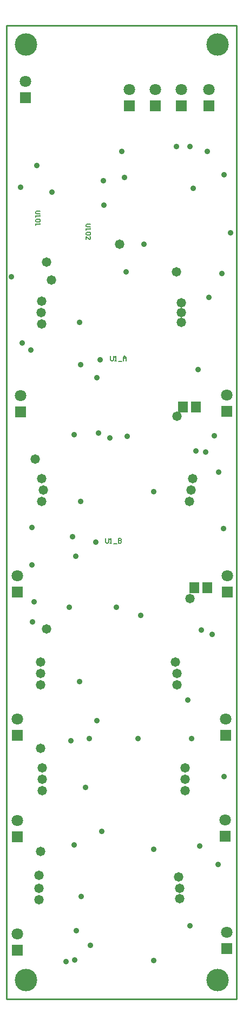
<source format=gbs>
G04 Layer_Color=16711935*
%FSLAX25Y25*%
%MOIN*%
G70*
G01*
G75*
%ADD31C,0.01000*%
%ADD32C,0.00591*%
%ADD53R,0.05918X0.06902*%
%ADD63C,0.07099*%
%ADD64R,0.07099X0.07099*%
%ADD65C,0.13800*%
%ADD66C,0.03556*%
%ADD67C,0.05800*%
D31*
X141732Y-598000D02*
Y0D01*
X0D02*
X141732D01*
X0Y-598000D02*
X141732D01*
X0D02*
Y0D01*
D32*
X64000Y-203245D02*
Y-205541D01*
X64459Y-206000D01*
X65377D01*
X65837Y-205541D01*
Y-203245D01*
X66755Y-206000D02*
X67673D01*
X67214D01*
Y-203245D01*
X66755Y-203704D01*
X69051Y-206459D02*
X70888D01*
X71806Y-206000D02*
Y-204163D01*
X72724Y-203245D01*
X73643Y-204163D01*
Y-206000D01*
Y-204623D01*
X71806D01*
X20755Y-114000D02*
X18459D01*
X18000Y-114459D01*
Y-115377D01*
X18459Y-115837D01*
X20755D01*
X18000Y-116755D02*
Y-117673D01*
Y-117214D01*
X20755D01*
X20296Y-116755D01*
Y-119051D02*
X20755Y-119510D01*
Y-120428D01*
X20296Y-120888D01*
X18459D01*
X18000Y-120428D01*
Y-119510D01*
X18459Y-119051D01*
X20296D01*
X18000Y-121806D02*
Y-122724D01*
Y-122265D01*
X20755D01*
X20296Y-121806D01*
X51755Y-122000D02*
X49459D01*
X49000Y-122459D01*
Y-123378D01*
X49459Y-123837D01*
X51755D01*
X49000Y-124755D02*
Y-125673D01*
Y-125214D01*
X51755D01*
X51296Y-124755D01*
Y-127051D02*
X51755Y-127510D01*
Y-128428D01*
X51296Y-128888D01*
X49459D01*
X49000Y-128428D01*
Y-127510D01*
X49459Y-127051D01*
X51296D01*
X49000Y-131643D02*
Y-129806D01*
X50837Y-131643D01*
X51296D01*
X51755Y-131183D01*
Y-130265D01*
X51296Y-129806D01*
X61000Y-315245D02*
Y-317541D01*
X61459Y-318000D01*
X62378D01*
X62837Y-317541D01*
Y-315245D01*
X63755Y-318000D02*
X64673D01*
X64214D01*
Y-315245D01*
X63755Y-315704D01*
X66051Y-318459D02*
X67888D01*
X68806Y-315245D02*
Y-318000D01*
X70183D01*
X70643Y-317541D01*
Y-317082D01*
X70183Y-316622D01*
X68806D01*
X70183D01*
X70643Y-316163D01*
Y-315704D01*
X70183Y-315245D01*
X68806D01*
D53*
X123437Y-345500D02*
D03*
X115563D02*
D03*
X116500Y-234500D02*
D03*
X108626D02*
D03*
D63*
X107500Y-39370D02*
D03*
X124500D02*
D03*
X91500Y-39500D02*
D03*
X75500D02*
D03*
X135500Y-557000D02*
D03*
X6500Y-558000D02*
D03*
X134500Y-488000D02*
D03*
X11500Y-34500D02*
D03*
X8500Y-227500D02*
D03*
X135500Y-227000D02*
D03*
X6500Y-338000D02*
D03*
X136000D02*
D03*
X6500Y-426063D02*
D03*
X135000D02*
D03*
X6500Y-488516D02*
D03*
D64*
X107500Y-49370D02*
D03*
X124500D02*
D03*
X91500Y-49500D02*
D03*
X75500D02*
D03*
X135500Y-567000D02*
D03*
X6500Y-568000D02*
D03*
X134500Y-498000D02*
D03*
X11500Y-44500D02*
D03*
X8500Y-237500D02*
D03*
X135500Y-237000D02*
D03*
X6500Y-348000D02*
D03*
X136000D02*
D03*
X6500Y-436063D02*
D03*
X135000D02*
D03*
X6500Y-498516D02*
D03*
D65*
X129921Y-586614D02*
D03*
X11811D02*
D03*
X129921Y-11811D02*
D03*
X11811D02*
D03*
D66*
X134000Y-91874D02*
D03*
X71000Y-77500D02*
D03*
X104500Y-74437D02*
D03*
X113000D02*
D03*
X126500Y-374000D02*
D03*
X38500Y-357500D02*
D03*
X67500D02*
D03*
X82500Y-362500D02*
D03*
X15500Y-331500D02*
D03*
X17000Y-354000D02*
D03*
X55000Y-317500D02*
D03*
X45500Y-292500D02*
D03*
X63500Y-253500D02*
D03*
X56500Y-250500D02*
D03*
X41445Y-251500D02*
D03*
X74307Y-252500D02*
D03*
X133500Y-309000D02*
D03*
X120000Y-371500D02*
D03*
X128000Y-252000D02*
D03*
X57437Y-205500D02*
D03*
X45063Y-182500D02*
D03*
X3000Y-154500D02*
D03*
X84500Y-134500D02*
D03*
X132500Y-152500D02*
D03*
X123500Y-77500D02*
D03*
X60000Y-110500D02*
D03*
X59500Y-95500D02*
D03*
X28055Y-102500D02*
D03*
X55500Y-427000D02*
D03*
X45000Y-403000D02*
D03*
X39500Y-439500D02*
D03*
X114000Y-438000D02*
D03*
X58500Y-495000D02*
D03*
X119000Y-504000D02*
D03*
X90752Y-574500D02*
D03*
X41945Y-574000D02*
D03*
X46000Y-535000D02*
D03*
X15000Y-199500D02*
D03*
X116500Y-261500D02*
D03*
X73500Y-151500D02*
D03*
X9500Y-195000D02*
D03*
X122500Y-262000D02*
D03*
X118000Y-211500D02*
D03*
X45500Y-208500D02*
D03*
X18500Y-86000D02*
D03*
X124500Y-167000D02*
D03*
X115000Y-100000D02*
D03*
X72500Y-93500D02*
D03*
X8500Y-99500D02*
D03*
X90500Y-286500D02*
D03*
X15500Y-308500D02*
D03*
X42500Y-326000D02*
D03*
X16000Y-366500D02*
D03*
X40500Y-314000D02*
D03*
X51000Y-438000D02*
D03*
X90500Y-506000D02*
D03*
X134000Y-461500D02*
D03*
X130400Y-515600D02*
D03*
X36500Y-575000D02*
D03*
X113000Y-553000D02*
D03*
X43000Y-556000D02*
D03*
X48500Y-468000D02*
D03*
X81000Y-438000D02*
D03*
X111500Y-414500D02*
D03*
X55500Y-216500D02*
D03*
X130500Y-274500D02*
D03*
X51500Y-565000D02*
D03*
X41500Y-503500D02*
D03*
X137795Y-127644D02*
D03*
D67*
X21000Y-507500D02*
D03*
X24500Y-370750D02*
D03*
X22000Y-470000D02*
D03*
X21000Y-391000D02*
D03*
Y-405000D02*
D03*
Y-398000D02*
D03*
X110000Y-470000D02*
D03*
Y-463000D02*
D03*
Y-456000D02*
D03*
X27476Y-156476D02*
D03*
X105000Y-240000D02*
D03*
X21500Y-278500D02*
D03*
X22500Y-285500D02*
D03*
X21500Y-292500D02*
D03*
X114500Y-278500D02*
D03*
X113000Y-352000D02*
D03*
X112500Y-292500D02*
D03*
X113500Y-285500D02*
D03*
X104000Y-391000D02*
D03*
X105000Y-398000D02*
D03*
Y-405000D02*
D03*
X20000Y-522000D02*
D03*
Y-530000D02*
D03*
Y-537000D02*
D03*
X22000Y-463000D02*
D03*
Y-456000D02*
D03*
X106000Y-523000D02*
D03*
X106563Y-530000D02*
D03*
X106500Y-536500D02*
D03*
X104500Y-151500D02*
D03*
X24500Y-145500D02*
D03*
X21500Y-183500D02*
D03*
Y-169500D02*
D03*
X21197Y-176500D02*
D03*
X107500Y-170500D02*
D03*
Y-176500D02*
D03*
Y-182500D02*
D03*
X69520Y-134500D02*
D03*
X21000Y-444000D02*
D03*
X17500Y-266500D02*
D03*
M02*

</source>
